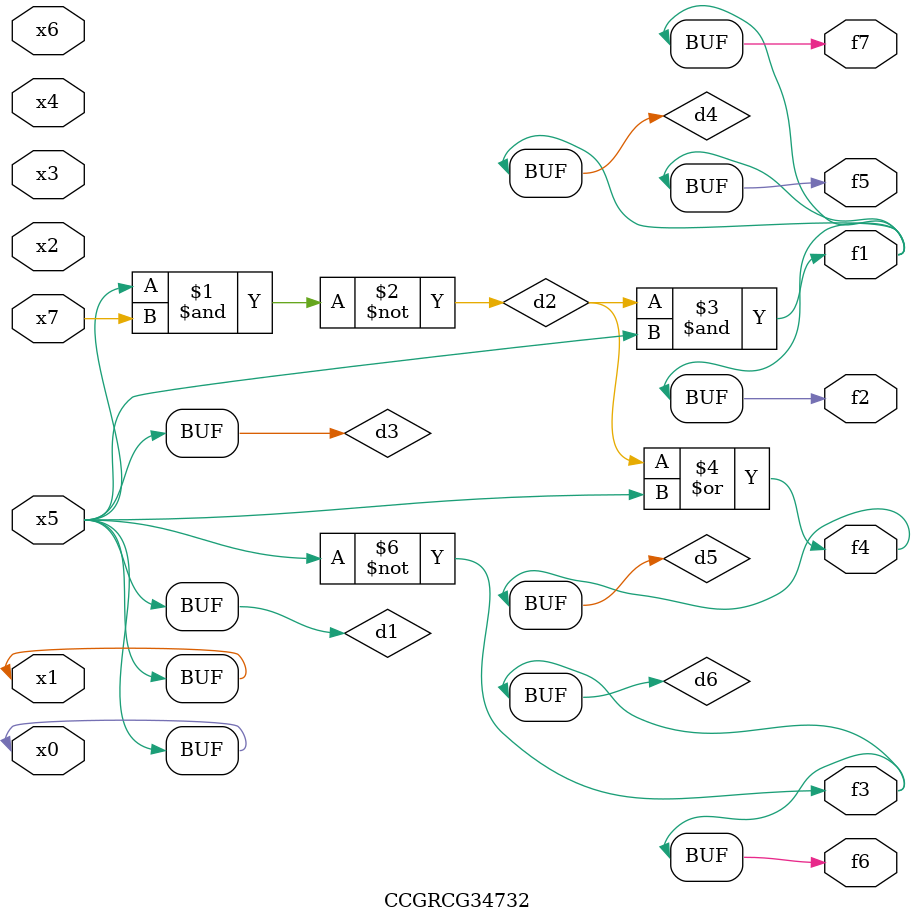
<source format=v>
module CCGRCG34732(
	input x0, x1, x2, x3, x4, x5, x6, x7,
	output f1, f2, f3, f4, f5, f6, f7
);

	wire d1, d2, d3, d4, d5, d6;

	buf (d1, x0, x5);
	nand (d2, x5, x7);
	buf (d3, x0, x1);
	and (d4, d2, d3);
	or (d5, d2, d3);
	nor (d6, d1, d3);
	assign f1 = d4;
	assign f2 = d4;
	assign f3 = d6;
	assign f4 = d5;
	assign f5 = d4;
	assign f6 = d6;
	assign f7 = d4;
endmodule

</source>
